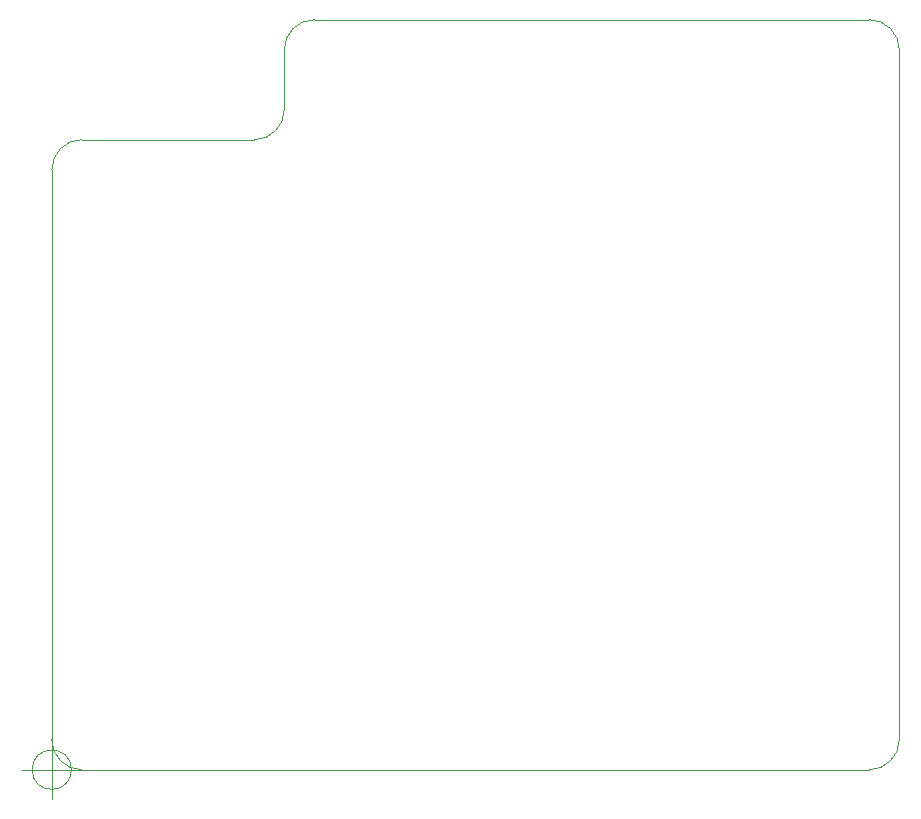
<source format=gbr>
G04 #@! TF.GenerationSoftware,KiCad,Pcbnew,(5.1.4)-1*
G04 #@! TF.CreationDate,2019-12-04T00:10:16+01:00*
G04 #@! TF.ProjectId,plan_b,706c616e-5f62-42e6-9b69-6361645f7063,rev?*
G04 #@! TF.SameCoordinates,PX7274898PY791ddc0*
G04 #@! TF.FileFunction,Profile,NP*
%FSLAX46Y46*%
G04 Gerber Fmt 4.6, Leading zero omitted, Abs format (unit mm)*
G04 Created by KiCad (PCBNEW (5.1.4)-1) date 2019-12-04 00:10:16*
%MOMM*%
%LPD*%
G04 APERTURE LIST*
%ADD10C,0.050000*%
G04 APERTURE END LIST*
D10*
X1666666Y0D02*
G75*
G03X1666666Y0I-1666666J0D01*
G01*
X-2500000Y0D02*
X2500000Y0D01*
X0Y2500000D02*
X0Y-2500000D01*
X2540000Y0D02*
G75*
G02X0Y2540000I0J2540000D01*
G01*
X71755000Y2540000D02*
G75*
G02X69215000Y0I-2540000J0D01*
G01*
X69215000Y63500000D02*
G75*
G02X71755000Y60960000I0J-2540000D01*
G01*
X19685000Y60960000D02*
G75*
G02X22225000Y63500000I2540000J0D01*
G01*
X19685000Y55880000D02*
G75*
G02X17145000Y53340000I-2540000J0D01*
G01*
X0Y50800000D02*
G75*
G02X2540000Y53340000I2540000J0D01*
G01*
X17145000Y53340000D02*
X2540000Y53340000D01*
X19685000Y60960000D02*
X19685000Y55880000D01*
X2540000Y0D02*
X69215000Y0D01*
X0Y50800000D02*
X0Y2540000D01*
X69215000Y63500000D02*
X22225000Y63500000D01*
X71755000Y2540000D02*
X71755000Y60960000D01*
M02*

</source>
